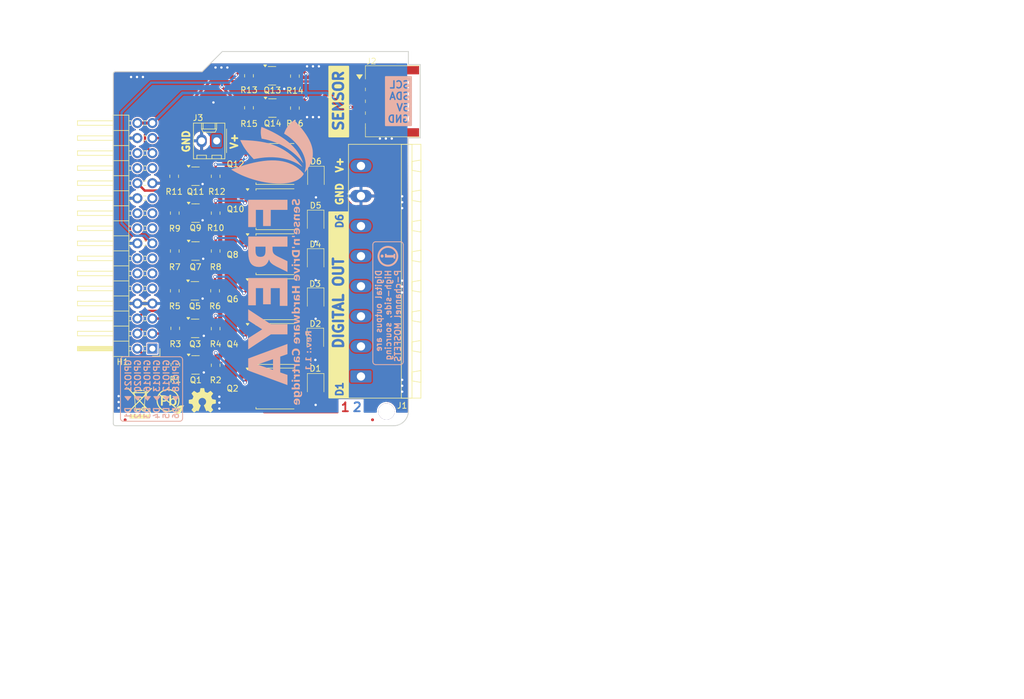
<source format=kicad_pcb>
(kicad_pcb (version 20240108) (generator "pcbnew") (generator_version "8.0")
  (layers (0 "F.Cu" signal) (31 "B.Cu" signal) (34 "B.Paste" user) (35 "F.Paste" user) (36 "B.SilkS" user "B.Silkscreen") (37 "F.SilkS" user "F.Silkscreen") (38 "B.Mask" user) (39 "F.Mask" user) (44 "Edge.Cuts" user))
  (net 0 "")
  (net 4 "SCL")
  (net 5 "SDA")
  (net 6 "+5V")
  (net 11 "SCL_5v")
  (net 12 "SDA_5v")
  (net 13 "+3V3")
  (net 18 "GND")
  (net 23 "Digital_out_1")
  (net 24 "Net-(Q1-C)")
  (net 25 "Net-(Q1-B)")
  (net 26 "+24V")
  (net 27 "DOUT_1")
  (net 28 "Net-(Q3-B)")
  (net 29 "Net-(Q3-C)")
  (net 30 "Net-(Q5-C)")
  (net 31 "Net-(Q5-B)")
  (net 32 "Net-(Q7-B)")
  (net 33 "Net-(Q10-G)")
  (net 34 "Net-(Q7-C)")
  (net 35 "Net-(Q11-C)")
  (net 36 "Net-(Q11-B)")
  (net 37 "Net-(Q9-B)")
  (net 38 "Digital_out_5")
  (net 39 "Digital_out_6")
  (net 40 "Digital_out_2")
  (net 41 "Digital_out_4")
  (net 42 "Digital_out_3")
  (net 43 "DOUT_2")
  (net 44 "DOUT_3")
  (net 45 "DOUT_4")
  (net 46 "DOUT_5")
  (net 47 "DOUT_6")
  (footprint "emcosys:Hole_M2.5_small" (layer "F.Cu") (at 171.3 132.6)
    (property "Reference" "REF**" (hide yes))
    (property "Value" "Hole_M2.5_small" (hide yes))
  )
  (footprint "Resistor_SMD:R_0805_2012Metric" (layer "F.Cu") (at 155.85 81.35 -90)
    (property "Reference" "R16")
    (property "Value" "10k")
  )
  (footprint "Resistor_SMD:R_0805_2012Metric" (layer "F.Cu") (at 142.475 92.865 90)
    (property "Reference" "R12")
    (property "Value" "22k")
  )
  (footprint "Resistor_SMD:R_0805_2012Metric" (layer "F.Cu") (at 135.575 105.4875 90)
    (property "Reference" "R7")
    (property "Value" "3k3")
  )
  (footprint "emcosys:S1BL_diode" (layer "F.Cu") (at 159.35 114.2265)
    (property "Reference" "D3")
    (property "Value" "S1BL")
  )
  (footprint "Connector_Molex:Molex_KK-254_AE-6410-02A_1x02_P2.54mm_Vertical" (layer "F.Cu") (at 142.645 86.88 180)
    (property "Reference" "J3")
    (property "Value" "Conn_01x02_Pin" (hide yes))
  )
  (footprint "" (layer "F.Cu") (at 168.95 134)
    (property "Reference" "")
    (property "Value" "")
  )
  (footprint "Package_TO_SOT_SMD:SOT-23" (layer "F.Cu") (at 139.075 92.865)
    (property "Reference" "Q11")
    (property "Value" "BC847")
  )
  (footprint "Connector_Phoenix_MSTB:PhoenixContact_MSTBA_2,5_8-G-5,08_1x08_P5.08mm_Horizontal" (layer "F.Cu") (at 167 126.68 90)
    (property "Reference" "J1")
    (property "Value" "Screw_Terminal_01x08")
  )
  (footprint "emcosys:Grove_SMD_right_angle" (layer "F.Cu") (at 175.5 80.2)
    (property "Reference" "J2")
    (property "Value" "Grove")
  )
  (footprint "Package_TO_SOT_SMD:TO-252-2" (layer "F.Cu") (at 152.59 128.7125)
    (property "Reference" "Q2")
    (property "Value" "FQD17P06TM")
  )
  (footprint "emcosys:S1BL_diode" (layer "F.Cu") (at 159.4 93.6765)
    (property "Reference" "D6")
    (property "Value" "S1BL")
  )
  (footprint "Fiducial:Fiducial_0.5mm_Mask1.5mm" (layer "F.Cu") (at 127.2 134)
    (property "Reference" "REF**" (hide yes))
    (property "Value" "Fiducial_0.5mm_Mask1.5mm" (hide yes))
  )
  (footprint "Package_TO_SOT_SMD:TO-252-2" (layer "F.Cu") (at 152.59 90.79)
    (property "Reference" "Q12")
    (property "Value" "FQD17P06TM" (hide yes))
  )
  (footprint "Resistor_SMD:R_0805_2012Metric" (layer "F.Cu") (at 142.475 99.0875 90)
    (property "Reference" "R10")
    (property "Value" "22k")
  )
  (footprint "Package_TO_SOT_SMD:SOT-23" (layer "F.Cu") (at 139.075 105.4875)
    (property "Reference" "Q7")
    (property "Value" "BC847")
  )
  (footprint "Resistor_SMD:R_0805_2012Metric" (layer "F.Cu") (at 135.65 118.55 90)
    (property "Reference" "R3")
    (property "Value" "3k3")
  )
  (footprint "Resistor_SMD:R_0805_2012Metric" (layer "F.Cu") (at 148.1 75.9 -90)
    (property "Reference" "R13")
    (property "Value" "10k")
  )
  (footprint "Resistor_SMD:R_0805_2012Metric" (layer "F.Cu") (at 135.675 124.7 90)
    (property "Reference" "R1")
    (property "Value" "3k3")
  )
  (footprint "Resistor_SMD:R_0805_2012Metric" (layer "F.Cu") (at 135.575 112.2125 90)
    (property "Reference" "R5")
    (property "Value" "3k3")
  )
  (footprint "Package_TO_SOT_SMD:SOT-23" (layer "F.Cu") (at 139.075 99.0875)
    (property "Reference" "Q9")
    (property "Value" "BC847")
  )
  (footprint "LOGO" (layer "F.Cu") (at 134.85 131.1)
    (property "Reference" "G***" (hide yes))
    (property "Value" "LOGO" (hide yes))
  )
  (footprint "emcosys:S1BL_diode" (layer "F.Cu") (at 159.35 107.6)
    (property "Reference" "D4")
    (property "Value" "S1BL")
  )
  (footprint "LOGO" (layer "F.Cu") (at 129.65 130.7)
    (property "Reference" "G***" (hide yes))
    (property "Value" "LOGO" (hide yes))
  )
  (footprint "emcosys:S1BL_diode" (layer "F.Cu") (at 159.35 128.6825)
    (property "Reference" "D1")
    (property "Value" "S1BL")
  )
  (footprint "Package_TO_SOT_SMD:TO-252-2" (layer "F.Cu") (at 152.59 113.63)
    (property "Reference" "Q6")
    (property "Value" "FQD17P06TM" (hide yes))
  )
  (footprint "Package_TO_SOT_SMD:TO-252-2" (layer "F.Cu") (at 152.59 121.19)
    (property "Reference" "Q4")
    (property "Value" "FQD17P06TM" (hide yes))
  )
  (footprint "Resistor_SMD:R_0805_2012Metric" (layer "F.Cu") (at 135.575 99.0875 90)
    (property "Reference" "R9")
    (property "Value" "3k3")
  )
  (footprint "Resistor_SMD:R_0805_2012Metric" (layer "F.Cu") (at 142.475 124.7875 90)
    (property "Reference" "R2")
    (property "Value" "22k")
  )
  (footprint "Package_TO_SOT_SMD:SOT-23" (layer "F.Cu") (at 139.0125 118.55)
    (property "Reference" "Q3")
    (property "Value" "BC847")
  )
  (footprint "LOGO" (layer "F.Cu") (at 140.2 130.7)
    (property "Reference" "G***" (hide yes))
    (property "Value" "LOGO" (hide yes))
  )
  (footprint "Resistor_SMD:R_0805_2012Metric" (layer "F.Cu") (at 155.85 75.95 -90)
    (property "Reference" "R14")
    (property "Value" "10k")
  )
  (footprint "Package_TO_SOT_SMD:TO-252-2" (layer "F.Cu") (at 152.59 106.03)
    (property "Reference" "Q8")
    (property "Value" "FQD17P06TM" (hide yes))
  )
  (footprint "emcosys:S1BL_diode" (layer "F.Cu") (at 159.35 101.0825)
    (property "Reference" "D5")
    (property "Value" "S1BL")
  )
  (footprint "Package_TO_SOT_SMD:SOT-23" (layer "F.Cu") (at 139.075 124.725)
    (property "Reference" "Q1")
    (property "Value" "BC847")
  )
  (footprint "Resistor_SMD:R_0805_2012Metric" (layer "F.Cu") (at 142.475 105.4875 90)
    (property "Reference" "R8")
    (property "Value" "22k")
  )
  (footprint "Connector_PinHeader_2.54mm:PinHeader_2x16_P2.54mm_Horizontal" (layer "F.Cu") (at 131.8 121.975 180)
    (property "Reference" "H1")
    (property "Value" "PinHeader_2x16_P2.54mm_Horizontal")
  )
  (footprint "emcosys:S1BL_diode" (layer "F.Cu") (at 159.3 121.0325)
    (property "Reference" "D2")
    (property "Value" "S1BL")
  )
  (footprint "Resistor_SMD:R_0805_2012Metric" (layer "F.Cu") (at 148.1 81.3 -90)
    (property "Reference" "R15")
    (property "Value" "10k")
  )
  (footprint "Resistor_SMD:R_0805_2012Metric" (layer "F.Cu") (at 142.375 112.2125 90)
    (property "Reference" "R6")
    (property "Value" "22k")
  )
  (footprint "Package_TO_SOT_SMD:SOT-23" (layer "F.Cu") (at 138.975 112.2125)
    (property "Reference" "Q5")
    (property "Value" "BC847")
  )
  (footprint "Fiducial:Fiducial_0.5mm_Mask1.5mm" (layer "F.Cu") (at 127.2 78)
    (property "Reference" "REF**" (hide yes))
    (property "Value" "Fiducial_0.5mm_Mask1.5mm" (hide yes))
  )
  (footprint "Package_TO_SOT_SMD:SOT-23" (layer "F.Cu") (at 151.9875 75.9)
    (property "Reference" "Q13")
    (property "Value" "BS170")
  )
  (footprint "Package_TO_SOT_SMD:SOT-23" (layer "F.Cu") (at 152.05 81.3375)
    (property "Reference" "Q14")
    (property "Value" "BS170" (hide yes))
  )
  (footprint "Resistor_SMD:R_0805_2012Metric" (layer "F.Cu") (at 135.475 92.865 90)
    (property "Reference" "R11")
    (property "Value" "3k3")
  )
  (footprint "Package_TO_SOT_SMD:TO-252-2" (layer "F.Cu") (at 152.59 98.43)
    (property "Reference" "Q10")
    (property "Value" "FQD17P06TM" (hide yes))
  )
  (footprint "Resistor_SMD:R_0805_2012Metric" (layer "F.Cu") (at 142.475 118.6 90)
    (property "Reference" "R4")
    (property "Value" "22k")
  )
  (footprint "LOGO" (layer "B.Cu") (at 152.05 89.2 -90)
    (property "Reference" "G***" (hide yes))
    (property "Value" "LOGO" (hide yes))
  )
  (footprint "LOGO" (layer "B.Cu") (at 171.546447 106.373223 -90)
    (property "Reference" "G***" (hide yes))
    (property "Value" "LOGO" (hide yes))
  )
  (gr_arc (start 169.5 124.673223) (mid 169.146477 124.52676) (end 169 124.173223) (stroke (width 0.15)) (layer "B.SilkS"))
  (gr_line (start 126.907106 123.353553) (end 136.4 123.353553) (stroke (width 0.15)) (layer "B.SilkS"))
  (gr_arc (start 126.407106 123.853553) (mid 126.553566 123.500013) (end 126.907106 123.353553) (stroke (width 0.15)) (layer "B.SilkS"))
  (gr_line (start 126.407106 133.746447) (end 126.407106 123.853553) (stroke (width 0.15)) (layer "B.SilkS"))
  (gr_poly (pts (xy 134.661353 130.065) (xy 134.153353 130.7) (xy 133.645353 130.065)) (stroke (width 0.15)) (fill solid) (layer "B.SilkS"))
  (gr_line (start 173.642894 124.66967) (end 169.5 124.673223) (stroke (width 0.15)) (layer "B.SilkS"))
  (gr_line (start 169 124.173223) (end 169 104.426776) (stroke (width 0.15)) (layer "B.SilkS"))
  (gr_line (start 174.142894 104.426776) (end 174.142894 124.16967) (stroke (width 0.15)) (layer "B.SilkS"))
  (gr_arc (start 136.4 123.353553) (mid 136.75354 123.500013) (end 136.9 123.853553) (stroke (width 0.15)) (layer "B.SilkS"))
  (gr_arc (start 174.142894 124.16967) (mid 173.996434 124.52321) (end 173.642894 124.66967) (stroke (width 0.15)) (layer "B.SilkS"))
  (gr_arc (start 169 104.426776) (mid 169.14646 104.073236) (end 169.5 103.926776) (stroke (width 0.15)) (layer "B.SilkS"))
  (gr_line (start 136.9 123.853553) (end 136.9 133.746447) (stroke (width 0.15)) (layer "B.SilkS"))
  (gr_poly (pts (xy 133.061553 130.065) (xy 132.553553 130.7) (xy 132.045553 130.065)) (stroke (width 0.15)) (fill solid) (layer "B.SilkS"))
  (gr_line (start 169.5 103.926776) (end 173.642894 103.926776) (stroke (width 0.15)) (layer "B.SilkS"))
  (gr_poly (pts (xy 136.261553 130.065) (xy 135.753553 130.7) (xy 135.245553 130.065)) (stroke (width 0.15)) (fill solid) (layer "B.SilkS"))
  (gr_arc (start 173.642894 103.926776) (mid 173.996434 104.073236) (end 174.142894 104.426776) (stroke (width 0.15)) (layer "B.SilkS"))
  (gr_poly (pts (xy 128.169553 130.065) (xy 127.661553 130.7) (xy 127.153553 130.065)) (stroke (width 0.15)) (fill solid) (layer "B.SilkS"))
  (gr_line (start 136.4 134.246447) (end 126.907106 134.246447) (stroke (width 0.15)) (layer "B.SilkS"))
  (gr_poly (pts (xy 131.461353 130.065) (xy 130.953353 130.7) (xy 130.445353 130.065)) (stroke (width 0.15)) (fill solid) (layer "B.SilkS"))
  (gr_arc (start 126.907106 134.246447) (mid 126.553566 134.099987) (end 126.407106 133.746447) (stroke (width 0.15)) (layer "B.SilkS"))
  (gr_arc (start 136.9 133.746447) (mid 136.75354 134.099987) (end 136.4 134.246447) (stroke (width 0.15)) (layer "B.SilkS"))
  (gr_poly (pts (xy 129.794753 130.065) (xy 129.286753 130.7) (xy 128.778753 130.065)) (stroke (width 0.15)) (fill solid) (layer "B.SilkS"))
  (gr_poly (pts (xy 131.3 133.7) (xy 128 133.7) (xy 128 133.2) (xy 131.3 133.2)) (stroke (width 0.15)) (fill solid) (layer "F.SilkS"))
  (gr_line (start 177 74) (end 175 74) (stroke (width 0.15)) (layer "Edge.Cuts"))
  (gr_line (start 175 74) (end 175 71.8) (stroke (width 0.15)) (layer "Edge.Cuts"))
  (gr_line (start 143.6 71.8) (end 140.2 75.2) (stroke (width 0.15)) (layer "Edge.Cuts"))
  (gr_arc (start 125.2 75.575) (mid 125.309835 75.309835) (end 125.575 75.2) (stroke (width 0.15)) (layer "Edge.Cuts"))
  (gr_arc (start 125.575 135) (mid 125.309835 134.890165) (end 125.2 134.625) (stroke (width 0.15)) (layer "Edge.Cuts"))
  (gr_line (start 177 86.4) (end 175 86.4) (stroke (width 0.15)) (layer "Edge.Cuts"))
  (gr_arc (start 175 132.5) (mid 174.267767 134.267767) (end 172.5 135) (stroke (width 0.15)) (layer "Edge.Cuts"))
  (gr_line (start 175 86.4) (end 175 132.5) (stroke (width 0.15)) (layer "Edge.Cuts"))
  (gr_line (start 140.2 75.2) (end 125.575 75.2) (stroke (width 0.15)) (layer "Edge.Cuts"))
  (gr_line (start 125.575 135) (end 172.5 135) (stroke (width 0.15)) (layer "Edge.Cuts"))
  (gr_line (start 125.2 75.575) (end 125.2 134.625) (stroke (width 0.15)) (layer "Edge.Cuts"))
  (gr_line (start 177 86.4) (end 177 74) (stroke (width 0.15)) (layer "Edge.Cuts"))
  (gr_line (start 175 71.8) (end 143.6 71.8) (stroke (width 0.15)) (layer "Edge.Cuts"))
  (gr_text "1" (at 163.45 132.75 0) (layer "F.Cu") (effects (font (size 1.5 1.5) (thickness 0.3) (bold yes)) (justify left bottom)))
  (gr_text "2" (at 165.45 132.75 0) (layer "B.Cu") (effects (font (size 1.5 1.5) (thickness 0.3) (bold yes)) (justify left bottom)))
  (gr_text "Digital outpus are\nHigh-side, sourcing\nP-channel MOSFETS" (at 173.796447 108.573223 90) (layer "B.SilkS") (effects (font (size 1 1) (thickness 0.2) (bold yes)) (justify left bottom mirror)))
  (gr_text "GPIO21\nGPIO20\nGPIO16\nGPIO13\nGPIO12\nGPIO18" (at 131.739153 123.7126 90) (layer "B.SilkS") (effects (font (size 1 1) (thickness 0.2)) (justify left mirror)))
  (gr_text "Rev.: 1.1" (at 158.8 118.9 90) (layer "B.SilkS") (effects (font (size 1 1) (thickness 0.2) (bold yes)) (justify left bottom mirror)))
  (gr_text "Sense'n'Drive Hardware Cartridge" (at 156.9 96.6 90) (layer "B.SilkS") (effects (font (size 1.3 1.3) (thickness 0.26) (bold yes)) (justify left bottom mirror)))
  (gr_text "SCL\nSDA\n5V\nGND" (at 175.35 83.9 0) (layer "B.SilkS" knockout) (effects (font (size 1.2 1.2) (thickness 0.24) (bold yes)) (justify left bottom mirror)))
  (gr_text "FREYA" (at 155.7 96 90) (layer "B.SilkS") (effects (font (size 6.5 6.5) (thickness 0.3) (bold yes)) (justify left bottom mirror)))
  (gr_text "D1\nD2\nD3\nD4\nD5\nD6" (at 131.725153 131.7414 90) (layer "B.SilkS") (effects (font (size 1 1) (thickness 0.2)) (justify left mirror)))
  (gr_text "V+" (at 164.1 92.4 90) (layer "F.SilkS") (effects (font (size 1.2 1.2) (thickness 0.3) (bold yes)) (justify left bottom)))
  (gr_text "SENSOR" (at 164.2 85.4 90) (layer "F.SilkS" knockout) (effects (font (size 1.7 1.7) (thickness 0.425) (bold yes)) (justify left bottom)))
  (gr_text "GND" (at 138.2 89 90) (layer "F.SilkS") (effects (font (size 1.2 1.2) (thickness 0.3) (bold yes)) (justify left bottom)))
  (gr_text "V+" (at 146.3 88.4 90) (layer "F.SilkS") (effects (font (size 1.2 1.2) (thickness 0.3) (bold yes)) (justify left bottom)))
  (gr_text "D1" (at 164.1 130.2 90) (layer "F.SilkS" knockout) (effects (font (size 1.2 1.2) (thickness 0.3) (bold yes)) (justify left bottom)))
  (gr_text "DIGITAL OUT" (at 164.2 122.2 90) (layer "F.SilkS" knockout) (effects (font (size 1.7 1.7) (thickness 0.425) (bold yes)) (justify left bottom)))
  (gr_text "GND" (at 164.1 97.9 90) (layer "F.SilkS") (effects (font (size 1.2 1.2) (thickness 0.3) (bold yes)) (justify left bottom)))
  (gr_text "D6" (at 164.1 101.8 90) (layer "F.SilkS" knockout) (effects (font (size 1.2 1.2) (thickness 0.3) (bold yes)) (justify left bottom)))
  (segment (start 133.325 85.125) (end 131.282233 85.125) (width 0.4) (layer "F.Cu") (net 4))
  (segment (start 148.1 76.8125) (end 141.6375 76.8125) (width 0.4) (layer "F.Cu") (net 4))
  (segment (start 148.1 76.8125) (end 151.0125 76.8125) (width 0.4) (layer "F.Cu") (net 4))
  (segment (start 130.55 87.705) (end 131.8 88.955) (width 0.4) (layer "F.Cu") (net 4))
  (segment (start 151.0125 76.8125) (end 151.05 76.85) (width 0.4) (layer "F.Cu") (net 4))
  (segment (start 141.6375 76.8125) (end 133.325 85.125) (width 0.4) (layer "F.Cu") (net 4))
  (segment (start 130.55 85.857233) (end 130.55 87.705) (width 0.4) (layer "F.Cu") (net 4))
  (segment (start 131.282233 85.125) (end 130.55 85.857233) (width 0.4) (layer "F.Cu") (net 4))
  (segment (start 133.002081 86.415) (end 137.204581 82.2125) (width 0.4) (layer "F.Cu") (net 5))
  (segment (start 137.204581 82.2125) (end 148.1 82.2125) (width 0.4) (layer "F.Cu") (net 5))
  (segment (start 151.0375 82.2125) (end 151.1125 82.2875) (width 0.4) (layer "F.Cu") (net 5))
  (segment (start 131.8 86.415) (end 133.002081 86.415) (width 0.4) (layer "F.Cu") (net 5))
  (segment (start 148.1 82.2125) (end 151.0375 82.2125) (width 0.4) (layer "F.Cu") (net 5))
  (segment (start 129.26 83.875) (end 131.8 83.875) (width 0.5) (layer "F.Cu") (net 6))
  (segment (start 157.0125 80.4375) (end 157.75 79.7) (width 0.5) (layer "F.Cu") (net 6))
  (segment (start 155.85 75.0375) (end 157.1875 75.0375) (width 0.5) (layer "F.Cu") (net 6))
  (segment (start 167.5 81.2) (end 165.25 81.2) (width 0.5) (layer "F.Cu") (net 6))
  (segment (start 155.85 80.4375) (end 157.0125 80.4375) (width 0.5) (layer "F.Cu") (net 6))
  (segment (start 157.1875 75.0375) (end 157.7 75.55) (width 0.5) (layer "F.Cu") (net 6))
  (via (at 157.7 75.55) (size 0.5) (drill 0.3) (layers "F.Cu" "B.Cu") (net 6))
  (via (at 157.75 79.7) (size 0.5) (drill 0.3) (layers "F.Cu" "B.Cu") (net 6))
  (via (at 165.25 81.2) (size 0.5) (drill 0.3) (layers "F.Cu" "B.Cu") (net 6))
  (segment (start 165.25 81.2) (end 163.65 81.2) (width 0.5) (layer "B.Cu") (net 6))
  (segment (start 163.65 81.2) (end 161.25 78.8) (width 0.5) (layer "B.Cu") (net 6))
  (segment (start 157.7 75.55) (end 157.7 78.75) (width 0.5) (layer "B.Cu") (net 6))
  (segment (start 157.75 78.8) (end 136.875 78.8) (width 0.5) (layer "B.Cu") (net 6))
  (segment (start 161.25 78.8) (end 157.75 78.8) (width 0.5) (layer "B.Cu") (net 6))
  (segment (start 157.75 79.7) (end 157.75 78.8) (width 0.5) (layer "B.Cu") (net 6))
  (segment (start 157.7 78.75) (end 157.75 78.8) (width 0.5) (layer "B.Cu") (net 6))
  (segment (start 136.875 78.8) (end 131.8 83.875) (width 0.5) (layer "B.Cu") (net 6))
  (segment (start 159.15 77.2) (end 167.5 77.2) (width 0.4) (layer "F.Cu") (net 11))
  (segment (start 155.0125 76.8625) (end 155.85 76.8625) (width 0.4) (layer "F.Cu") (net 11))
  (segment (start 154.05 75.9) (end 155.0125 76.8625) (width 0.4) (layer "F.Cu") (net 11))
  (segment (start 158.8125 76.8625) (end 159.15 77.2) (width 0.4) (layer "F.Cu") (net 11))
  (segment (start 152.925 75.9) (end 154.05 75.9) (width 0.4) (layer "F.Cu") (net 11))
  (segment (start 155.85 76.8625) (end 158.8125 76.8625) (width 0.4) (layer "F.Cu") (net 11))
  (segment (start 155.85 82.2625) (end 155.935 82.1775) (width 0.4) (layer "F.Cu") (net 12))
  (segment (start 152.9875 81.3375) (end 153.8875 81.3375) (width 0.4) (layer "F.Cu") (net 12))
  (segment (start 154.8125 82.2625) (end 155.85 82.2625) (width 0.4) (layer "F.Cu") (net 12))
  (segment (start 155.935 82.1775) (end 157.8725 82.1775) (width 0.4) (layer "F.Cu") (net 12))
  (segment (start 160.85 79.2) (end 167.5 79.2) (width 0.4) (layer "F.Cu") (net 12))
  (segment (start 157.8725 82.1775) (end 160.85 79.2) (width 0.4) (layer "F.Cu") (net 12))
  (segment (start 153.8875 81.3375) (end 154.8125 82.2625) (width 0.4) (layer "F.Cu") (net 12))
  (segment (start 151.0125 74.9875) (end 151.05 74.95) (width 0.4) (layer "F.Cu") (net 13))
  (segment (start 148.1 74.9875) (end 151.0125 74.9875) (width 0.4) (layer "F.Cu") (net 13))
  (segment (start 148.1 80.3875) (end 151.1125 80.3875) (width 0.4) (layer "F.Cu") (net 13))
  (segment (start 146.7125 74.9875) (end 145.95 75.75) (width 0.4) (layer "F.Cu") (net 13))
  (segment (start 148.1 80.3875) (end 146.1375 80.3875) (width 0.4) (layer "F.Cu") (net 13))
  (segment (start 148.1 74.9875) (end 146.7125 74.9875) (width 0.4) (layer "F.Cu") (net 13))
  (segment (start 146.1375 80.3875) (end 143.55 77.8) (width 0.4) (layer "F.Cu") (net 13))
  (via (at 143.55 77.8) (size 0.5) (drill 0.3) (layers "F.Cu" "B.Cu") (net 13))
  (via (at 145.95 75.75) (size 0.5) (drill 0.3) (layers "F.Cu" "B.Cu") (net 13))
  (segment (start 143.55 77.8) (end 143.55 77.05) (width 0.4) (layer "B.Cu") (net 13))
  (segment (start 126.6 82.05) (end 126.6 100.762767) (width 0.4) (layer "B.Cu") (net 13))
  (segment (start 128.742233 102.905) (end 130.51 102.905) (width 0.4) (layer "B.Cu") (net 13))
  (segment (start 130.51 102.905) (end 131.8 104.195) (width 0.4) (layer "B.Cu") (net 13))
  (segment (start 131.6 77.05) (end 126.6 82.05) (width 0.4) (layer "B.Cu") (net 13))
  (segment (start 145.95 75.75) (end 144.65 77.05) (width 0.4) (layer "B.Cu") (net 13))
  (segment (start 143.55 77.05) (end 131.6 77.05) (width 0.4) (layer "B.Cu") (net 13))
  (segment (start 126.6 100.762767) (end 128.742233 102.905) (width 0.4) (layer "B.Cu") (net 13))
  (segment (start 144.65 77.05) (end 143.55 77.05) (width 0.4) (layer "B.Cu") (net 13))
  (segment (start 159.4 95.1765) (end 159.4 96.4325) (width 0.4) (layer "F.Cu") (net 18))
  (segment (start 159.3 122.5325) (end 159.3 123.8825) (width 0.4) (layer "F.Cu") (net 18))
  (segment (start 159.35 109.1) (end 159.35 110.406) (width 0.4) (layer "F.Cu") (net 18))
  (segment (start 159.35 115.7265) (end 159.35 116.9325) (width 0.4) (layer "F.Cu") (net 18))
  (segment (start 159.35 130.1825) (end 159.35 131.4825) (width 0.4) (layer "F.Cu") (net 18))
  (segment (start 159.35 102.5825) (end 159.35 103.8825) (width 0.4) (layer "F.Cu") (net 18))
  (via (at 159.35 110.406) (size 0.6) (drill 0.4) (layers "F.Cu" "B.Cu") (net 18))
  (via (at 143.1 131.1) (size 0.6) (drill 0.4) (layers "F.Cu" "B.Cu") (net 18))
  (via (at 142.1 80.4) (size 0.6) (drill 0.4) (layers "F.Cu" "B.Cu") (net 18))
  (via (at 159.3 123.8825) (size 0.6) (drill 0.4) (layers "F.Cu" "B.Cu") (net 18))
  (via (at 143.1 132.1) (size 0.6) (drill 0.4) (layers "F.Cu" "B.Cu") (net 18))
  (via (at 173.95 97.25) (size 0.6) (drill 0.4) (layers "F.Cu" "B.Cu") (net 18))
  (via (at 172.2 86.5) (size 0.6) (drill 0.4) (layers "F.Cu" "B.Cu") (net 18))
  (via (at 173.95 111.5) (size 0.6) (drill 0.4) (layers "F.Cu" "B.Cu") (net 18))
  (via (at 159.35 103.8825) (size 0.6) (drill 0.4) (layers "F.Cu" "B.Cu") (net 18))
  (via (at 158.9 74.3) (size 0.6) (drill 0.4) (layers "F.Cu" "B.Cu") (net 18))
  (via (at 173.95 98.25) (size 0.6) (drill 0.4) (layers "F.Cu" "B.Cu") (net 18))
  (via (at 159.9 74.3) (size 0.6) (drill 0.4) (layers "F.Cu" "B.Cu") (net 18))
  (via (at 157.9 82.8775) (size 0.6) (drill 0.4) (layers "F.Cu" "B.Cu") (net 18))
  (via (at 129.2 76.1) (size 0.6) (drill 0.4) (layers "F.Cu" "B.Cu") (net 18))
  (via (at 126.1 131) (size 0.6) (drill 0.4) (layers "F.Cu" "B.Cu") (net 18))
  (via (at 171.2 86.5) (size 0.6) (drill 0.4) (layers "F.Cu" "B.Cu") (net 18))
  (via (at 173.95 96.25) (size 0.6) (drill 0.4) (layers "F.Cu" "B.Cu") (net 18))
  (via (at 170.2 86.5) (size 0.6) (drill 0.4) (layers "F.Cu" "B.Cu") (net 18))
  (via (at 159.35 116.9325) (size 0.6) (drill 0.4) (layers "F.Cu" "B.Cu") (net 18))
  (via (at 126.1 132) (size 0.6) (drill 0.4) (layers "F.Cu" "B.Cu") (net 18))
  (via (at 144.45 74.5) (size 0.6) (drill 0.4) (layers "F.Cu" "B.Cu") (net 18))
  (via (at 173.95 129.25) (size 0.6) (drill 0.4) (layers "F.Cu" "B.Cu") (net 18))
  (via (at 159.4 96.4325) (size 0.6) (drill 0.4) (layers "F.Cu" "B.Cu") (net 18))
  (via (at 140.275 113.525) (size 0.6) (drill 0.4) (layers "F.Cu" "B.Cu") (net 18))
  (via (at 143.45 74.5) (size 0.6) (drill 0.4) (layers "F.Cu" "B.Cu") (net 18))
  (via (at 143.1 130.1) (size 0.6) (drill 0.4) (layers "F.Cu" "B.Cu") (net 18))
  (via (at 173.95 112.5) (size 0.6) (drill 0.4) (layers "F.Cu" "B.Cu") (net 18))
  (via (at 140.275 100.3) (size 0.6) (drill 0.4) (layers "F.Cu" "B.Cu") (net 18))
  (via (at 159.9 82.8775) (size 0.6) (drill 0.4) (layers "F.Cu" "B.Cu") (net 18))
  (via (at 140.475 119.8125) (size 0.6) (drill 0.4) (layers "F.Cu" "B.Cu") (net 18))
  (via (at 157.9 74.3) (size 0.6) (drill 0.4) (layers "F.Cu" "B.Cu") (net 18))
  (via (at 140.375 106.8) (size 0.6) (drill 0.4) (layers "F.Cu" "B.Cu") (net 18))
  (via (at 130.2 76.1) (size 0.6) (drill 0.4) (layers "F.Cu" "B.Cu") (net 18))
  (via (at 142.45 74.5) (size 0.6) (drill 0.4) (layers "F.Cu" "B.Cu") (net 18))
  (via (at 140.275 94.1775) (size 0.6) (drill 0.4) (layers "F.Cu" "B.Cu") (net 18))
  (via (at 173.95 127.25) (size 0.6) (drill 0.4) (layers "F.Cu" "B.Cu") (net 18))
  (via (at 173.95 110.5) (size 0.6) (drill 0.4) (layers "F.Cu" "B.Cu") (net 18))
  (via (at 154.05 78.1) (size 0.6) (drill 0.4) (layers "F.Cu" "B.Cu") (net 18))
  (via (at 128.2 76.1) (size 0.6) (drill 0.4) (layers "F.Cu" "B.Cu") (net 18))
  (via (at 158.9 82.8775) (size 0.6) (drill 0.4) (layers "F.Cu" "B.Cu") (net 18))
  (via (at 173.95 128.25) (size 0.6) (drill 0.4) (layers "F.Cu" "B.Cu") (net 18))
  (via (at 140.475 126) (size 0.6) (drill 0.4) (layers "F.Cu" "B.Cu") (net 18))
  (via (at 126.1 130) (size 0.6) (drill 0.4) (layers "F.Cu" "B.Cu") (net 18))
  (via (at 159.35 131.4825) (size 0.6) (drill 0.4) (layers "F.Cu" "B.Cu") (net 18))
  (segment (start 141.8 123.875) (end 142.475 123.875) (width 0.4) (layer "F.Cu") (net 24))
  (segment (start 140.95 124.725) (end 141.8 123.875) (width 0.4) (layer "F.Cu") (net 24))
  (segment (start 147.55 126.4325) (end 147.55 127.585) (width 0.4) (layer "F.Cu") (net 24))
  (segment (start 142.475 123.875) (end 142.475 122.7) (width 0.4) (layer "F.Cu") (net 24))
  (segment (start 140.0125 124.725) (end 140.95 124.725) (width 0.4) (layer "F.Cu") (net 24))
  (segment (start 147.55 127.585) (end 147.425 127.71) (width 0.4) (layer "F.Cu") (net 24))
  (via (at 147.425 127.71) (size 0.6) (drill 0.4) (layers "F.Cu" "B.Cu") (net 24))
  (via (at 142.475 122.7) (size 0.6) (drill 0.4) (layers "F.Cu" "B.Cu") (net 24))
  (segment (start 142.475 122.7) (end 142.475 122.76) (width 0.4) (layer "B.Cu") (net 24))
  (segment (start 142.475 122.76) (end 147.425 127.71) (width 0.4) (layer "B.Cu") (net 24))
  (segment (start 135.675 123.7875) (end 138.125 123.7875) (width 0.4) (layer "F.Cu") (net 25))
  (segment (start 138.125 123.7875) (end 138.1375 123.775) (width 0.4) (layer "F.Cu") (net 25))
  (segment (start 147.55 93.07) (end 144.765 93.07) (width 0.4) (layer "F.Cu") (net 26))
  (segment (start 144.625 114.51) (end 144.725 114.61) (width 0.4) (layer "F.Cu") (net 26))
  (segment (start 142.475 93.7775) (end 144.5925 93.7775) (width 0.4) (layer "F.Cu") (net 26))
  (segment (start 144.7125 105.5975) (end 144.725 105.61) (width 0.4) (layer "F.Cu") (net 26))
  (segment (start 144.5925 93.7775) (end 144.725 93.91) (width 0.4) (layer "F.Cu") (net 26))
  (segment (start 144.725 105.61) (end 144.725 100.71) (width 0.4) (layer "F.Cu") (net 26))
  (segment (start 144.5475 106.3325) (end 144.725 106.51) (width 0.4) (layer "F.Cu") (net 26))
  (segment (start 144.725 106.51) (end 144.725 105.61) (width 0.4) (layer "F.Cu") (net 26))
  (segment (start 144.725 113.21) (end 144.725 113.0325) (width 0.4) (layer "F.Cu") (net 26))
  (segment (start 144.725 120.71) (end 144.725 119.5325) (width 0.4) (layer "F.Cu") (net 26))
  (segment (start 144.725 113.71) (end 144.725 113.21) (width 0.4) (layer "F.Cu") (net 26))
  (segment (start 144.725 125.6325) (end 144.725 123.51) (width 0.4) (layer "F.Cu") (net 26))
  (segment (start 144.7125 90.2975) (end 144.725 90.31) (width 0.4) (layer "F.Cu") (net 26))
  (segment (start 147.55 115.91) (end 144.725 115.91) (width 0.4) (layer "F.Cu") (net 26))
  (segment (start 142.475 106.4) (end 144.615 106.4) (width 0.4) (layer "F.Cu") (net 26))
  (segment (start 144.6375 119.445) (end 144.725 119.5325) (width 0.4) (layer "F.Cu") (net 26))
  (segment (start 144.625 121.31) (end 144.725 121.41) (width 0.4) (layer "F.Cu") (net 26))
  (segment (start 144.725 99.8325) (end 144.725 99.31) (width 0.4) (layer "F.Cu") (net 26))
  (segment (start 142.375 113.125) (end 144.6325 113.125) (width 0.4) (layer "F.Cu") (net 26))
  (segment (start 144.7125 113.1975) (end 144.725 113.21) (width 0.4) (layer "F.Cu") (net 26))
  (segment (start 144.725 121.01) (end 144.725 120.71) (width 0.4) (layer "F.Cu") (net 26))
  (segment (start 144.625 99.21) (end 144.725 99.31) (width 0.4) (layer "F.Cu") (net 26))
  (segment (start 147.55 123.47) (end 144.765 123.47) (width 0.4) (layer "F.Cu") (net 26))
  (segment (start 144.725 108.31) (end 144.725 107.81) (width 0.4) (layer "F.Cu") (net 26))
  (segment (start 144.725 98.01) (end 144.725 93.91) (width 0.4) (layer "F.Cu") (net 26))
  (segment (start 144.725 99.31) (end 144.725 98.01) (width 0.4) (layer "F.Cu") (net 26))
  (segment (start 144.625 99.9325) (end 144.725 99.8325) (width 0.4) (layer "F.Cu") (net 26))
  (segment (start 144.725 93.11) (end 144.725 91.81) (width 0.4) (layer "F.Cu") (net 26))
  (segment (start 144.625 100.81) (end 144.725 100.71) (width 0.4) (layer "F.Cu") (net 26))
  (segment (start 144.525 107.61) (end 144.725 107.81) (width 0.4) (layer "F.Cu") (net 26))
  (segment (start 144.705 119.5125) (end 144.725 119.5325) (width 0.4) (layer "F.Cu") (net 26))
  (segment (start 144.725 128.21) (end 144.725 125.6325) (width 0.4) (layer "F.Cu") (net 26))
  (segment (start 142.475 119.5125) (end 144.705 119.5125) (width 0.4) (layer "F.Cu") (net 26))
  (segment (start 144.7125 97.9975) (end 144.725 98.01) (width 0.4) (layer "F.Cu") (net 26))
  (segment (start 144.765 123.47) (end 144.725 123.51) (width 0.4) (layer "F.Cu") (net 26))
  (segment (start 147.55 130.9925) (end 145.4075 130.9925) (width 0.4) (layer "F.Cu") (net 26))
  (segment (start 144.725 115.91) (end 144.725 114.61) (width 0.4) (layer "F.Cu") (net 26))
  (segment (start 144.765 93.07) (end 144.725 93.11) (width 0.4) (layer "F.Cu") (net 26))
  (segment (start 144.725 113.0325) (end 144.725 108.31) (width 0.4) (layer "F.Cu") (net 26))
  (segment (start 144.725 93.91) (end 144.725 93.11) (width 0.4) (layer "F.Cu") (net 26))
  (segment (start 144.725 119.5325) (end 144.725 115.91) (width 0.4) (layer "F.Cu") (net 26))
  (segment (start 144.725 121.41) (end 144.725 121.01) (width 0.4) (layer "F.Cu") (net 26))
  (segment (start 144.725 90.31) (end 144.725 86.91) (width 0.4) (layer "F.Cu") (net 26))
  (segment (start 144.725 114.61) (end 144.725 113.71) (width 0.4) (layer "F.Cu") (net 26))
  (segment (start 144.725 130.31) (end 144.725 128.21) (width 0.4) (layer "F.Cu") (net 26))
  (segment (start 144.725 100.71) (end 144.725 99.8325) (width 0.4) (layer "F.Cu") (net 26))
  (segment (start 144.7125 120.6975) (end 144.725 120.71) (width 0.4) (layer "F.Cu") (net 26))
  (segment (start 147.55 108.31) (end 144.725 108.31) (width 0.4) (layer "F.Cu") (net 26))
  (segment (start 144.725 107.81) (end 144.725 106.51) (width 0.4) (layer "F.Cu") (net 26))
  (segment (start 144.725 91.81) (end 144.725 90.31) (width 0.4) (layer "F.Cu") (net 26))
  (segment (start 142.475 125.7) (end 144.6575 125.7) (width 0.4) (layer "F.Cu") (net 26))
  (segment (start 144.725 123.51) (end 144.725 121.41) (width 0.4) (layer "F.Cu") (net 26))
  (segment (start 144.5575 100) (end 144.625 99.9325) (width 0.4) (layer "F.Cu") (net 26))
  (segment (start 144.725 86.91) (end 144.625 86.81) (width 0.4) (layer "F.Cu") (net 26))
  (segment (start 144.625 128.11) (end 144.725 128.21) (width 0.4) (layer "F.Cu") (net 26))
  (segment (start 145.4075 130.9925) (end 144.725 130.31) (width 0.4) (layer "F.Cu") (net 26))
  (segment (start 144.7 113.0575) (end 144.725 113.0325) (width 0.4) (layer "F.Cu") (net 26))
  (segment (start 144.525 100.71) (end 144.625 100.81) (width 0.4) (layer "F.Cu") (net 26))
  (segment (start 144.615 106.4) (end 144.725 106.51) (width 0.4) (layer "F.Cu") (net 26))
  (segment (start 142.475 100) (end 144.5575 100) (width 0.4) (layer "F.Cu") (net 26))
  (segment (start 144.625 113.81) (end 144.725 113.71) (width 0.4) (layer "F.Cu") (net 26))
  (segment (start 144.6325 113.125) (end 144.7 113.0575) (width 0.4) (layer "F.Cu") (net 26))
  (segment (start 144.6575 125.7) (end 144.725 125.6325) (width 0.4) (layer "F.Cu") (net 26))
  (segment (start 147.55 100.71) (end 144.725 100.71) (width 0.4) (layer "F.Cu") (net 26))
  (segment (start 132.8975 125.6125) (end 135.675 125.6125) (width 0.4) (layer "F.Cu") (net 27))
  (segment (start 129.26 121.975) (end 132.8975 125.6125) (width 0.4) (layer "F.Cu") (net 27))
  (segment (start 135.65 117.6375) (end 138.0375 117.6375) (width 0.4) (layer "F.Cu") (net 28))
  (segment (start 138.0375 117.6375) (end 138.075 117.6) (width 0.4) (layer "F.Cu") (net 28))
  (segment (start 140.8375 118.55) (end 141.7 117.6875) (width 0.4) (layer "F.Cu") (net 29))
  (segment (start 147.55 118.91) (end 147.55 119.985) (width 0.4) (layer "F.Cu") (net 29))
  (segment (start 139.95 118.55) (end 140.8375 118.55) (width 0.4) (layer "F.Cu") (net 29))
  (segment (start 147.55 119.985) (end 147.425 120.11) (width 0.4) (layer "F.Cu") (net 29))
  (segment (start 141.7 117.6875) (end 142.475 117.6875) (width 0.4) (layer "F.Cu") (net 29))
  (segment (start 142.475 117.6875) (end 142.475 116.4125) (width 0.4) (layer "F.Cu") (net 29))
  (via (at 147.425 120.11) (size 0.6) (drill 0.4) (layers "F.Cu" "B.Cu") (net 29))
  (via (at 142.475 116.4125) (size 0.6) (drill 0.4) (layers "F.Cu" "B.Cu") (net 29))
  (segment (start 142.475 116.4125) (end 143.7275 116.4125) (width 0.4) (layer "B.Cu") (net 29))
  (segment (start 143.7275 116.4125) (end 147.425 120.11) (width 0.4) (layer "B.Cu") (net 29))
  (segment (start 141.7 111.3) (end 142.375 111.3) (width 0.4) (layer "F.Cu") (net 30))
  (segment (start 139.9125 112.2125) (end 140.7875 112.2125) (width 0.4) (layer "F.Cu") (net 30))
  (segment (start 142.375 111.3) (end 142.375 109.825) (width 0.4) (layer "F.Cu") (net 30))
  (segment (start 140.7875 112.2125) (end 141.7 111.3) (width 0.4) (layer "F.Cu") (net 30))
  (segment (start 147.55 111.35) (end 147.55 112.285) (width 0.4) (layer "F.Cu") (net 30))
  (segment (start 147.55 112.285) (end 147.225 112.61) (width 0.4) (layer "F.Cu") (net 30))
  (via (at 142.375 109.825) (size 0.6) (drill 0.4) (layers "F.Cu" "B.Cu") (net 30))
  (via (at 147.225 112.61) (size 0.6) (drill 0.4) (layers "F.Cu" "B.Cu") (net 30))
  (segment (start 142.375 109.825) (end 144.44 109.825) (width 0.4) (layer "B.Cu") (net 30))
  (segment (start 144.44 109.825) (end 147.225 112.61) (width 0.4) (layer "B.Cu") (net 30))
  (segment (start 138 111.3) (end 138.0375 111.2625) (width 0.4) (layer "F.Cu") (net 31))
  (segment (start 135.575 111.3) (end 138 111.3) (width 0.4) (layer "F.Cu") (net 31))
  (segment (start 138.1 104.575) (end 138.1375 104.5375) (width 0.4) (layer "F.Cu") (net 32))
  (segment (start 135.575 104.575) (end 138.1 104.575) (width 0.4) (layer "F.Cu") (net 32))
  (segment (start 140.8875 99.0875) (end 141.8 98.175) (width 0.4) (layer "F.Cu") (net 33))
  (segment (start 141.8 98.175) (end 142.475 98.175) (width 0.4) (layer "F.Cu") (net 33))
  (segment (start 142.475 98.175) (end 142.475 97) (width 0.4) (layer "F.Cu") (net 33))
  (segment (start 147.55 96.15) (end 147.55 97.285) (width 0.4) (layer "F.Cu") (net 33))
  (segment (start 140.0125 99.0875) (end 140.8875 99.0875) (width 0.4) (layer "F.Cu") (net 33))
  (segment (start 147.55 97.285) (end 147.425 97.41) (width 0.4) (layer "F.Cu") (net 33))
  (via (at 147.425 97.41) (size 0.6) (drill 0.4) (layers "F.Cu" "B.Cu") (net 33))
  (via (at 142.475 97) (size 0.6) (drill 0.4) (layers "F.Cu" "B.Cu") (net 33))
  (segment (start 147.015 97) (end 147.425 97.41) (width 0.4) (layer "B.Cu") (net 33))
  (segment (start 142.475 97) (end 147.015 97) (width 0.4) (layer "B.Cu") (net 33))
  (segment (start 140.7875 105.4875) (end 141.7 104.575) (width 0.4) (layer "F.Cu") (net 34))
  (segment (start 142.475 104.575) (end 142.475 103.3) (width 0.4) (layer "F.Cu") (net 34))
  (segment (start 147.55 104.885) (end 147.425 105.01) (width 0.4) (layer "F.Cu") (net 34))
  (segment (start 147.55 103.75) (end 147.55 104.885) (width 0.4) (layer "F.Cu") (net 34))
  (segment (start 140.0125 105.4875) (end 140.7875 105.4875) (width 0.4) (layer "F.Cu") (net 34))
  (segment (start 141.7 104.575) (end 142.475 104.575) (width 0.4) (layer "F.Cu") (net 34))
  (via (at 147.425 105.01) (size 0.6) (drill 0.4) (layers "F.Cu" "B.Cu") (net 34))
  (via (at 142.475 103.3) (size 0.6) (drill 0.4) (layers "F.Cu" "B.Cu") (net 34))
  (segment (start 142.475 103.3) (end 145.715 103.3) (width 0.4) (layer "B.Cu") (net 34))
  (segment (start 145.715 103.3) (end 147.425 105.01) (width 0.4) (layer "B.Cu") (net 34))
  (segment (start 147.55 89.685) (end 147.525 89.71) (width 0.4) (layer "F.Cu") (net 35))
  (segment (start 147.55 88.51) (end 147.55 89.685) (width 0.4) (layer "F.Cu") (net 35))
  (segment (start 140.9375 92.865) (end 141.85 91.9525) (width 0.4) (layer "F.Cu") (net 35))
  (segment (start 141.85 91.9525) (end 142.475 91.9525) (width 0.4) (layer "F.Cu") (net 35))
  (segment (start 142.475 91.9525) (end 142.475 90.8775) (width 0.4) (layer "F.Cu") (net 35))
  (segment (start 140.0125 92.865) (end 140.9375 92.865) (width 0.4) (layer "F.Cu") (net 35))
  (via (at 142.475 90.8775) (size 0.6) (drill 0.4) (layers "F.Cu" "B.Cu") (net 35))
  (via (at 147.525 89.71) (size 0.6) (drill 0.4) (layers "F.Cu" "B.Cu") (net 35))
  (segment (start 142.475 90.8775) (end 146.3575 90.8775) (width 0.4) (layer "B.Cu") (net 35))
  (segment (start 146.3575 90.8775) (end 147.525 89.71) (width 0.4) (layer "B.Cu") (net 35))
  (segment (start 135.475 91.9525) (end 138.1 91.9525) (width 0.4) (layer "F.Cu") (net 36))
  (segment (start 138.1 91.9525) (end 138.1375 91.915) (width 0.4) (layer "F.Cu") (net 36))
  (segment (start 138.1 98.175) (end 138.1375 98.1375) (width 0.4) (layer "F.Cu") (net 37))
  (segment (start 135.575 98.175) (end 138.1 98.175) (width 0.4) (layer "F.Cu") (net 37))
  (segment (start 156.53 92.315) (end 155.525 92.315) (width 0.4) (layer "F.Cu") (net 39))
  (segment (start 155.53 122.71) (end 155.525 122.715) (width 0.4) (layer "F.Cu") (net 40))
  (segment (start 135.6225 119.435) (end 135.65 119.4625) (width 0.4) (layer "F.Cu") (net 43))
  (segment (start 131.8 119.435) (end 135.6225 119.435) (width 0.4) (layer "F.Cu") (net 43))
  (segment (start 135.575 115.225) (end 135.575 113.125) (width 0.4) (layer "F.Cu") (net 44))
  (segment (start 132.615 118.185) (end 135.575 115.225) (width 0.4) (layer "F.Cu") (net 44))
  (segment (start 129.26 119.435) (end 130.51 118.185) (width 0.4) (layer "F.Cu") (net 44))
  (segment (start 130.51 118.185) (end 132.615 118.185) (width 0.4) (layer "F.Cu") (net 44))
  (segment (start 131.8 116.895) (end 133.056472 116.895) (width 0.4) (layer "F.Cu") (net 45))
  (segment (start 134.2 109.7) (end 135.575 108.325) (width 0.4) (layer "F.Cu") (net 45))
  (segment (start 135.575 108.325) (end 135.575 106.4) (width 0.4) (layer "F.Cu") (net 45))
  (segment (start 134.2 115.751472) (end 134.2 109.7) (width 0.4) (layer "F.Cu") (net 45))
  (segment (start 133.056472 116.895) (end 134.2 115.751472) (width 0.4) (layer "F.Cu") (net 45))
  (segment (start 130.55 115.605) (end 132.995 115.605) (width 0.4) (layer "F.Cu") (net 46))
  (segment (start 132.995 115.605) (end 133.6 115) (width 0.4) (layer "F.Cu") (net 46))
  (segment (start 133.6 115) (end 133.6 103.6) (width 0.4) (layer "F.Cu") (net 46))
  (segment (start 129.26 116.895) (end 130.55 115.605) (width 0.4) (layer "F.Cu") (net 46))
  (segment (start 135.575 101.625) (end 135.575 100) (width 0.4) (layer "F.Cu") (net 46))
  (segment (start 133.6 103.6) (end 135.575 101.625) (width 0.4) (layer "F.Cu") (net 46))
  (segment (start 135.475 94.725) (end 135.475 93.7775) (width 0.4) (layer "F.Cu") (net 47))
  (segment (start 129.26 94.035) (end 130.51 95.285) (width 0.4) (layer "F.Cu") (net 47))
  (segment (start 134.915 95.285) (end 135.475 94.725) (width 0.4) (layer "F.Cu") (net 47))
  (segment (start 130.51 95.285) (end 134.915 95.285) (width 0.4) (layer "F.Cu") (net 47))
  (zone (net 39) (net_name "Digital_out_6") (layer "F.Cu") (priority 3) (connect_pads yes (clearance 0.4)) (min_thickness 0.25) (fill yes (thermal_gap 0.5) (thermal_bridge_width 0.5))
    (polygon (pts (xy 150.5 94.65) (xy 158.05 94.6) (xy 164.9 103.65) (xy 171.05 103.65) (xy 171.05 98.75) (xy 166.4 98.7) (xy 157.9 87.65) (xy 150.5 87.7)))
  )
  (zone (net 26) (net_name "+24V") (layer "F.Cu") (priority 8) (connect_pads yes (clearance 0.4)) (min_thickness 0.25) (fill yes (thermal_gap 0.5) (thermal_bridge_width 0.5))
    (polygon (pts (xy 171.05 93.45) (xy 171.05 88.85) (xy 165.4 88.85) (xy 160.25 83.7) (xy 141.5 83.7) (xy 141.5 88.5) (xy 144.1 91.1) (xy 150.55 91.1) (xy 150.55 87.65) (xy 158.35 87.65) (xy 162.85 93.45)))
  )
  (zone (net 23) (net_name "Digital_out_1") (layer "F.Cu") (priority 7) (connect_pads yes (clearance 0.4)) (min_thickness 0.25) (fill yes (thermal_gap 0.5) (thermal_bridge_width 0.5))
    (polygon (pts (xy 150.5 125.1) (xy 158.05 125.1) (xy 164.9 124.2) (xy 171.1 124.2) (xy 171.1 130.5) (xy 167.4 130.5) (xy 165 132.9) (xy 150.5 132.9)))
  )
  (zone (net 42) (net_name "Digital_out_3") (layer "F.Cu") (priority 5) (connect_pads yes (clearance 0.4)) (min_thickness 0.25) (fill yes (thermal_gap 0.5) (thermal_bridge_width 0.5))
    (polygon (pts (xy 150.5 110.05) (xy 158.2 110) (xy 165.1 114.15) (xy 171.1 114.15) (xy 171.1 119.15) (xy 164.9 119.15) (xy 160.9 117.6) (xy 150.5 117.65)))
  )
  (zone (net 38) (net_name "Digital_out_5") (layer "F.Cu") (priority 2) (connect_pads yes (clearance 0.4)) (min_thickness 0.25) (fill yes (thermal_gap 0.5) (thermal_bridge_width 0.5))
    (polygon (pts (xy 150.5 94.65) (xy 158.05 94.6) (xy 164.9 103.65) (xy 171.05 103.65) (xy 171.1 109.15) (xy 164.95 109.15) (xy 158.05 102.4) (xy 150.55 102.45)))
  )
  (zone (net 41) (net_name "Digital_out_4") (layer "F.Cu") (priority 4) (connect_pads yes (clearance 0.4)) (min_thickness 0.25) (fill yes (thermal_gap 0.5) (thermal_bridge_width 0.5))
    (polygon (pts (xy 150.55 102.45) (xy 158.05 102.4) (xy 164.95 109.15) (xy 171.1 109.15) (xy 171.1 114.15) (xy 165.1 114.15) (xy 158.2 110) (xy 150.55 110.05)))
  )
  (zone (net 40) (net_name "Digital_out_2") (layer "F.Cu") (priority 6) (connect_pads yes (clearance 0.4)) (min_thickness 0.25) (fill yes (thermal_gap 0.5) (thermal_bridge_width 0.5))
    (polygon (pts (xy 150.5 117.6) (xy 160.9 117.6) (xy 164.9 119.15) (xy 171.1 119.15) (xy 171.1 124.2) (xy 164.95 124.2) (xy 158.05 125.1) (xy 150.5 125.1)))
  )
  (zone (net 26) (net_name "+24V") (layer "F.Cu") (priority 1) (connect_pads yes (clearance 0.4)) (min_thickness 0.25) (fill yes (thermal_gap 0.5) (thermal_bridge_width 0.5))
    (polygon (pts (xy 150.20793 132.732407) (xy 144.00793 132.732407) (xy 144 87.3325) (xy 150.20793 87.332407)))
  )
  (zone (net 18) (net_name "GND") (layers "F.Cu" "B.Cu") (connect_pads (clearance 0.2)) (min_thickness 0.25) (fill yes (thermal_gap 0.5) (thermal_bridge_width 0.5))
    (polygon (pts (xy 141.6 73.8) (xy 140.2 75.2) (xy 125.2 75.2) (xy 125.2 132.8) (xy 175 132.8) (xy 174.8 73.8)))
  )
  (zone (net 0) (net_name "") (layers "F.Cu" "B.Cu") (connect_pads (clearance 0)) (min_thickness 0.25)
    (keepout (tracks allowed) (vias allowed) (pads allowed) (copperpour not_allowed) (footprints allowed))
    (fill (thermal_gap 0.5) (thermal_bridge_width 0.5))
    (polygon (pts (xy 163.2 130.5) (xy 163.2 133.25) (xy 167.45 133.25) (xy 167.45 130.5)))
  )
  (zone (net 0) (net_name "") (layer "B.SilkS") (connect_pads (clearance 0.4)) (min_thickness 0.25) (fill yes (thermal_gap 0.5) (thermal_bridge_width 0.5))
    (polygon (pts (xy 171.05 75.95) (xy 175.6 75.95) (xy 175.6 84.4) (xy 171.05 84.4)))
  )
  (zone (net 0) (net_name "") (layer "F.SilkS") (priority 3) (connect_pads yes (clearance 0.4)) (min_thickness 0.25) (fill yes (thermal_gap 0.5) (thermal_bridge_width 0.5))
    (polygon (pts (xy 165 86.3) (xy 161.5 86.3) (xy 161.5 74.2) (xy 165 74.2)))
  )
  (zone (net 0) (net_name "") (layer "F.SilkS") (priority 3) (connect_pads yes (clearance 0.4)) (min_thickness 0.25) (fill yes (thermal_gap 0.5) (thermal_bridge_width 0.5))
    (polygon (pts (xy 164.9 98.8) (xy 164.9 130.385) (xy 161.5 130.385) (xy 161.5 98.8)))
  )
)
</source>
